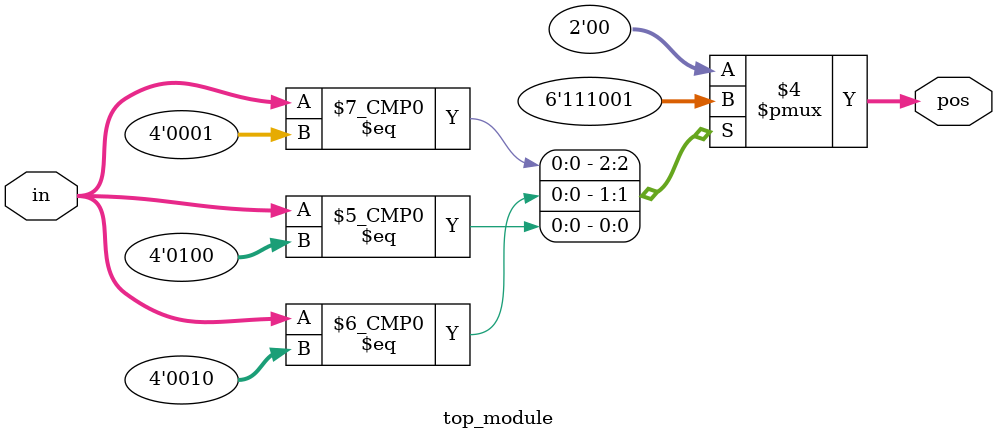
<source format=sv>
module top_module (
    input [3:0] in,
    output reg [1:0] pos
);
    
    always @(*) begin
        casex(in)
            4'b0001: pos = 2'b11;
            4'b0010: pos = 2'b10;
            4'b0100: pos = 2'b01;
            4'b1000: pos = 2'b00;
            default: pos = 2'b00;
        endcase
    end      
    
endmodule

</source>
